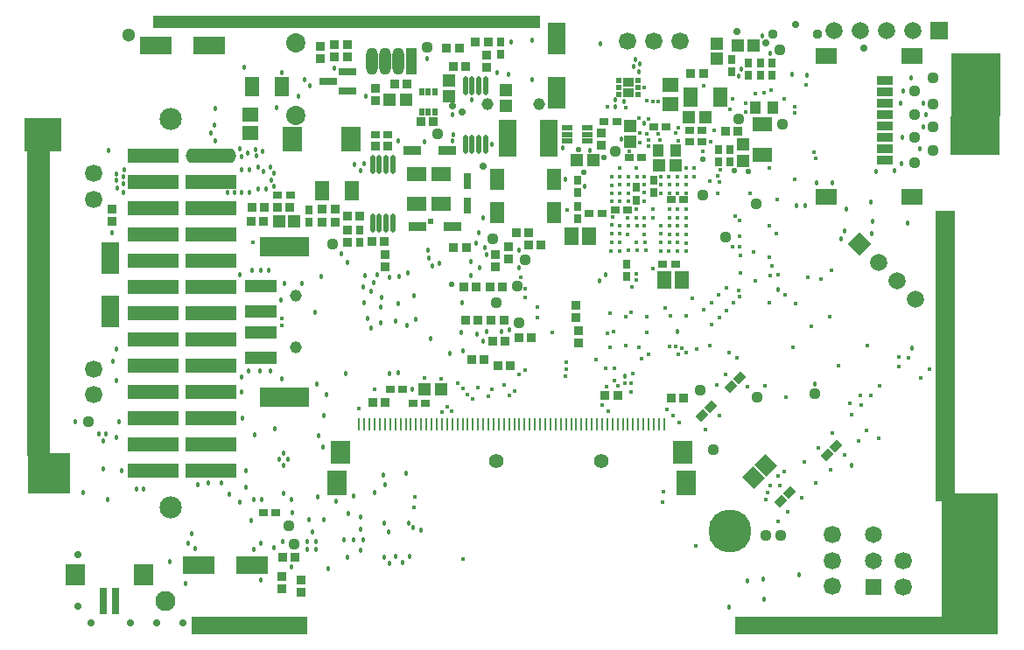
<source format=gbs>
%FSLAX25Y25*%
%MOIN*%
G70*
G01*
G75*
G04 Layer_Color=16711935*
%ADD10C,0.00500*%
%ADD11C,0.03000*%
%ADD12C,0.02000*%
%ADD13C,0.01000*%
%ADD14C,0.00800*%
%ADD15C,0.01500*%
%ADD16C,0.00700*%
%ADD17C,0.01200*%
%ADD18C,0.05000*%
%ADD19C,0.02200*%
%ADD20C,0.00600*%
%ADD21C,0.01400*%
%ADD22C,0.01800*%
%ADD23C,0.04000*%
%ADD24C,0.02500*%
%ADD25R,0.02362X0.03150*%
%ADD26R,0.09055X0.09055*%
%ADD27R,0.06299X0.03347*%
%ADD28P,0.05568X4X180.0*%
%ADD29R,0.03937X0.04331*%
%ADD30R,0.03150X0.02362*%
%ADD31R,0.03150X0.02756*%
%ADD32R,0.05118X0.07087*%
%ADD33O,0.06693X0.01378*%
%ADD34R,0.02756X0.03150*%
%ADD35R,0.03937X0.03937*%
%ADD36R,0.10236X0.10236*%
%ADD37O,0.00984X0.03150*%
%ADD38O,0.03150X0.00984*%
%ADD39R,0.09449X0.07874*%
G04:AMPARAMS|DCode=40|XSize=23.62mil|YSize=31.5mil|CornerRadius=0mil|HoleSize=0mil|Usage=FLASHONLY|Rotation=135.000|XOffset=0mil|YOffset=0mil|HoleType=Round|Shape=Rectangle|*
%AMROTATEDRECTD40*
4,1,4,0.01949,0.00278,-0.00278,-0.01949,-0.01949,-0.00278,0.00278,0.01949,0.01949,0.00278,0.0*
%
%ADD40ROTATEDRECTD40*%

G04:AMPARAMS|DCode=41|XSize=23.62mil|YSize=31.5mil|CornerRadius=0mil|HoleSize=0mil|Usage=FLASHONLY|Rotation=225.000|XOffset=0mil|YOffset=0mil|HoleType=Round|Shape=Rectangle|*
%AMROTATEDRECTD41*
4,1,4,-0.00278,0.01949,0.01949,-0.00278,0.00278,-0.01949,-0.01949,0.00278,-0.00278,0.01949,0.0*
%
%ADD41ROTATEDRECTD41*%

%ADD42R,0.05512X0.07284*%
%ADD43R,0.02756X0.01496*%
G04:AMPARAMS|DCode=44|XSize=27.56mil|YSize=31.5mil|CornerRadius=0mil|HoleSize=0mil|Usage=FLASHONLY|Rotation=135.000|XOffset=0mil|YOffset=0mil|HoleType=Round|Shape=Rectangle|*
%AMROTATEDRECTD44*
4,1,4,0.02088,0.00139,-0.00139,-0.02088,-0.02088,-0.00139,0.00139,0.02088,0.02088,0.00139,0.0*
%
%ADD44ROTATEDRECTD44*%

%ADD45C,0.03800*%
G04:AMPARAMS|DCode=46|XSize=15.75mil|YSize=45.28mil|CornerRadius=0mil|HoleSize=0mil|Usage=FLASHONLY|Rotation=225.000|XOffset=0mil|YOffset=0mil|HoleType=Round|Shape=Round|*
%AMOVALD46*
21,1,0.02953,0.01575,0.00000,0.00000,315.0*
1,1,0.01575,-0.01044,0.01044*
1,1,0.01575,0.01044,-0.01044*
%
%ADD46OVALD46*%

G04:AMPARAMS|DCode=47|XSize=27.56mil|YSize=31.5mil|CornerRadius=0mil|HoleSize=0mil|Usage=FLASHONLY|Rotation=225.000|XOffset=0mil|YOffset=0mil|HoleType=Round|Shape=Rectangle|*
%AMROTATEDRECTD47*
4,1,4,-0.00139,0.02088,0.02088,-0.00139,0.00139,-0.02088,-0.02088,0.00139,-0.00139,0.02088,0.0*
%
%ADD47ROTATEDRECTD47*%

%ADD48R,0.01969X0.00984*%
G04:AMPARAMS|DCode=49|XSize=9.84mil|YSize=19.69mil|CornerRadius=0mil|HoleSize=0mil|Usage=FLASHONLY|Rotation=225.000|XOffset=0mil|YOffset=0mil|HoleType=Round|Shape=Rectangle|*
%AMROTATEDRECTD49*
4,1,4,-0.00348,0.01044,0.01044,-0.00348,0.00348,-0.01044,-0.01044,0.00348,-0.00348,0.01044,0.0*
%
%ADD49ROTATEDRECTD49*%

%ADD50R,0.00984X0.01969*%
G04:AMPARAMS|DCode=51|XSize=59.06mil|YSize=51.18mil|CornerRadius=0mil|HoleSize=0mil|Usage=FLASHONLY|Rotation=45.000|XOffset=0mil|YOffset=0mil|HoleType=Round|Shape=Rectangle|*
%AMROTATEDRECTD51*
4,1,4,-0.00278,-0.03897,-0.03897,-0.00278,0.00278,0.03897,0.03897,0.00278,-0.00278,-0.03897,0.0*
%
%ADD51ROTATEDRECTD51*%

%ADD52R,0.03543X0.03937*%
%ADD53R,0.03937X0.03937*%
%ADD54R,0.07087X0.05118*%
%ADD55R,0.05118X0.05906*%
%ADD56R,0.01378X0.02756*%
%ADD57R,0.05118X0.03543*%
%ADD58O,0.02953X0.07087*%
%ADD59R,0.02362X0.07087*%
G04:AMPARAMS|DCode=60|XSize=55.12mil|YSize=59.06mil|CornerRadius=0mil|HoleSize=0mil|Usage=FLASHONLY|Rotation=135.000|XOffset=0mil|YOffset=0mil|HoleType=Round|Shape=Rectangle|*
%AMROTATEDRECTD60*
4,1,4,0.04037,0.00139,-0.00139,-0.04037,-0.04037,-0.00139,0.00139,0.04037,0.04037,0.00139,0.0*
%
%ADD60ROTATEDRECTD60*%

%ADD61R,0.05512X0.04724*%
%ADD62C,0.01496*%
%ADD63R,0.01575X0.01378*%
%ADD64R,0.01378X0.01575*%
%ADD65R,0.04331X0.03937*%
%ADD66R,0.05906X0.05512*%
%ADD67O,0.01181X0.07087*%
%ADD68O,0.07087X0.01181*%
%ADD69R,0.04724X0.07874*%
%ADD70R,0.06299X0.01181*%
%ADD71R,0.03150X0.06299*%
%ADD72R,0.10630X0.05118*%
%ADD73R,0.06299X0.13386*%
%ADD74R,0.04331X0.02559*%
%ADD75R,0.05906X0.05118*%
%ADD76R,0.04724X0.05512*%
%ADD77R,0.05906X0.02362*%
%ADD78R,0.10000X0.05000*%
%ADD79R,0.03347X0.06299*%
%ADD80R,0.11024X0.08661*%
%ADD81R,0.11024X0.11024*%
%ADD82R,0.11024X0.11024*%
%ADD83R,0.10236X0.07874*%
%ADD84R,0.02362X0.03543*%
%ADD85R,0.03543X0.02362*%
%ADD86R,0.04400X0.11300*%
%ADD87R,0.07087X0.18110*%
%ADD88R,0.02165X0.05709*%
%ADD89R,0.10400X0.10600*%
%ADD90R,0.08500X0.10400*%
%ADD91R,0.08800X0.10500*%
%ADD92C,0.03937*%
%ADD93R,0.05906X0.05906*%
%ADD94C,0.05906*%
%ADD95C,0.06000*%
%ADD96C,0.07000*%
%ADD97C,0.07874*%
%ADD98C,0.08661*%
%ADD99C,0.07087*%
%ADD100R,0.05906X0.05906*%
%ADD101C,0.15748*%
%ADD102P,0.08352X4X360.0*%
%ADD103C,0.03150*%
%ADD104C,0.05000*%
%ADD105C,0.06693*%
%ADD106C,0.04724*%
%ADD107C,0.02000*%
%ADD108C,0.03000*%
%ADD109C,0.01800*%
%ADD110C,0.02500*%
%ADD111C,0.02598*%
%ADD112C,0.02300*%
%ADD113C,0.00787*%
%ADD114C,0.04400*%
%ADD115R,0.11600X0.03000*%
%ADD116R,0.02600X0.03000*%
%ADD117C,0.04359*%
%ADD118C,0.05816*%
%ADD119C,0.05343*%
%ADD120C,0.05300*%
%ADD121C,0.10068*%
%ADD122C,0.07706*%
%ADD123C,0.05343*%
%ADD124C,0.06524*%
%ADD125C,0.06800*%
%ADD126C,0.08493*%
%ADD127C,0.06918*%
%ADD128C,0.02800*%
%ADD129C,0.03300*%
%ADD130C,0.02600*%
%ADD131C,0.00400*%
%ADD132R,0.02700X0.03000*%
%ADD133R,0.11500X0.03000*%
%ADD134C,0.03099*%
%ADD135C,0.03099*%
%ADD136C,0.02400*%
%ADD137R,0.06693X0.08661*%
%ADD138R,0.18701X0.05000*%
%ADD139O,0.18701X0.05000*%
G04:AMPARAMS|DCode=140|XSize=59.06mil|YSize=51.18mil|CornerRadius=0mil|HoleSize=0mil|Usage=FLASHONLY|Rotation=315.000|XOffset=0mil|YOffset=0mil|HoleType=Round|Shape=Rectangle|*
%AMROTATEDRECTD140*
4,1,4,-0.03897,0.00278,-0.00278,0.03897,0.03897,-0.00278,0.00278,-0.03897,-0.03897,0.00278,0.0*
%
%ADD140ROTATEDRECTD140*%

%ADD141R,0.07874X0.05709*%
%ADD142R,0.05906X0.03150*%
%ADD143R,0.01654X0.01654*%
%ADD144R,0.03937X0.03150*%
%ADD145R,0.05118X0.07480*%
%ADD146R,0.18110X0.07087*%
%ADD147R,0.11300X0.04400*%
%ADD148O,0.01378X0.06693*%
%ADD149R,0.01575X0.01969*%
%ADD150R,0.03347X0.01575*%
%ADD151R,0.06299X0.03150*%
%ADD152R,0.01181X0.05118*%
%ADD153R,0.07087X0.08661*%
%ADD154R,0.07087X0.07874*%
%ADD155R,0.06299X0.11811*%
%ADD156R,0.11811X0.06299*%
%ADD157R,0.01969X0.09843*%
%ADD158R,0.06693X0.07874*%
%ADD159R,0.23700X0.08500*%
%ADD160R,0.52500X0.10600*%
%ADD161O,0.03937X0.09843*%
%ADD162R,0.03937X0.09843*%
%ADD163C,0.00984*%
%ADD164C,0.02362*%
%ADD165C,0.00394*%
%ADD166R,0.07874X0.04724*%
%ADD167R,0.08500X0.24000*%
%ADD168R,0.07500X0.28000*%
%ADD169R,0.07500X0.25200*%
%ADD170R,0.04921X0.01181*%
%ADD171R,0.04921X0.01378*%
%ADD172R,0.01378X0.01181*%
%ADD173R,0.01181X0.01378*%
%ADD174R,0.02264X0.03445*%
%ADD175R,0.03445X0.02264*%
%ADD176R,0.15200X0.14100*%
%ADD177R,0.09000X0.09500*%
%ADD178R,0.17795X0.13307*%
%ADD179R,0.09000X0.75100*%
%ADD180R,0.13200X0.15300*%
%ADD181R,0.10100X1.05300*%
%ADD182R,0.10100X0.23300*%
%ADD183R,0.12300X0.11600*%
%ADD184R,0.57800X0.07000*%
%ADD185R,0.49200X0.07000*%
%ADD186R,0.07000X0.79000*%
%ADD187R,0.18898X0.39764*%
%ADD188R,0.16929X0.26772*%
%ADD189R,0.02992X0.03780*%
%ADD190R,0.09685X0.09685*%
%ADD191R,0.06929X0.03976*%
%ADD192P,0.06459X4X180.0*%
%ADD193R,0.04567X0.04961*%
%ADD194R,0.03780X0.02992*%
%ADD195R,0.03780X0.03386*%
%ADD196R,0.05748X0.07717*%
%ADD197O,0.07323X0.02008*%
%ADD198R,0.03386X0.03780*%
%ADD199R,0.04567X0.04567*%
%ADD200R,0.10866X0.10866*%
%ADD201O,0.01614X0.03780*%
%ADD202O,0.03780X0.01614*%
%ADD203R,0.10079X0.08504*%
G04:AMPARAMS|DCode=204|XSize=29.92mil|YSize=37.8mil|CornerRadius=0mil|HoleSize=0mil|Usage=FLASHONLY|Rotation=135.000|XOffset=0mil|YOffset=0mil|HoleType=Round|Shape=Rectangle|*
%AMROTATEDRECTD204*
4,1,4,0.02394,0.00278,-0.00278,-0.02394,-0.02394,-0.00278,0.00278,0.02394,0.02394,0.00278,0.0*
%
%ADD204ROTATEDRECTD204*%

G04:AMPARAMS|DCode=205|XSize=29.92mil|YSize=37.8mil|CornerRadius=0mil|HoleSize=0mil|Usage=FLASHONLY|Rotation=225.000|XOffset=0mil|YOffset=0mil|HoleType=Round|Shape=Rectangle|*
%AMROTATEDRECTD205*
4,1,4,-0.00278,0.02394,0.02394,-0.00278,0.00278,-0.02394,-0.02394,0.00278,-0.00278,0.02394,0.0*
%
%ADD205ROTATEDRECTD205*%

%ADD206R,0.05669X0.07441*%
%ADD207R,0.03347X0.02087*%
G04:AMPARAMS|DCode=208|XSize=33.86mil|YSize=37.8mil|CornerRadius=0mil|HoleSize=0mil|Usage=FLASHONLY|Rotation=135.000|XOffset=0mil|YOffset=0mil|HoleType=Round|Shape=Rectangle|*
%AMROTATEDRECTD208*
4,1,4,0.02533,0.00139,-0.00139,-0.02533,-0.02533,-0.00139,0.00139,0.02533,0.02533,0.00139,0.0*
%
%ADD208ROTATEDRECTD208*%

%ADD209C,0.04430*%
G04:AMPARAMS|DCode=210|XSize=22.05mil|YSize=51.58mil|CornerRadius=0mil|HoleSize=0mil|Usage=FLASHONLY|Rotation=225.000|XOffset=0mil|YOffset=0mil|HoleType=Round|Shape=Round|*
%AMOVALD210*
21,1,0.02953,0.02205,0.00000,0.00000,315.0*
1,1,0.02205,-0.01044,0.01044*
1,1,0.02205,0.01044,-0.01044*
%
%ADD210OVALD210*%

G04:AMPARAMS|DCode=211|XSize=33.86mil|YSize=37.8mil|CornerRadius=0mil|HoleSize=0mil|Usage=FLASHONLY|Rotation=225.000|XOffset=0mil|YOffset=0mil|HoleType=Round|Shape=Rectangle|*
%AMROTATEDRECTD211*
4,1,4,-0.00139,0.02533,0.02533,-0.00139,0.00139,-0.02533,-0.02533,0.00139,-0.00139,0.02533,0.0*
%
%ADD211ROTATEDRECTD211*%

%ADD212R,0.02598X0.01614*%
G04:AMPARAMS|DCode=213|XSize=16.14mil|YSize=25.98mil|CornerRadius=0mil|HoleSize=0mil|Usage=FLASHONLY|Rotation=225.000|XOffset=0mil|YOffset=0mil|HoleType=Round|Shape=Rectangle|*
%AMROTATEDRECTD213*
4,1,4,-0.00348,0.01489,0.01489,-0.00348,0.00348,-0.01489,-0.01489,0.00348,-0.00348,0.01489,0.0*
%
%ADD213ROTATEDRECTD213*%

%ADD214R,0.01614X0.02598*%
G04:AMPARAMS|DCode=215|XSize=65.35mil|YSize=57.48mil|CornerRadius=0mil|HoleSize=0mil|Usage=FLASHONLY|Rotation=45.000|XOffset=0mil|YOffset=0mil|HoleType=Round|Shape=Rectangle|*
%AMROTATEDRECTD215*
4,1,4,-0.00278,-0.04343,-0.04343,-0.00278,0.00278,0.04343,0.04343,0.00278,-0.00278,-0.04343,0.0*
%
%ADD215ROTATEDRECTD215*%

%ADD216R,0.04173X0.04567*%
%ADD217R,0.04567X0.04567*%
%ADD218R,0.07717X0.05748*%
%ADD219R,0.05748X0.06535*%
%ADD220R,0.02008X0.03386*%
%ADD221R,0.05748X0.04173*%
%ADD222O,0.03583X0.07717*%
%ADD223R,0.02992X0.07717*%
G04:AMPARAMS|DCode=224|XSize=61.42mil|YSize=65.35mil|CornerRadius=0mil|HoleSize=0mil|Usage=FLASHONLY|Rotation=135.000|XOffset=0mil|YOffset=0mil|HoleType=Round|Shape=Rectangle|*
%AMROTATEDRECTD224*
4,1,4,0.04482,0.00139,-0.00139,-0.04482,-0.04482,-0.00139,0.00139,0.04482,0.04482,0.00139,0.0*
%
%ADD224ROTATEDRECTD224*%

%ADD225R,0.06142X0.05354*%
%ADD226C,0.02087*%
%ADD227R,0.02126X0.01929*%
%ADD228R,0.01929X0.02126*%
%ADD229R,0.04961X0.04567*%
%ADD230R,0.06535X0.06142*%
%ADD231O,0.01811X0.07717*%
%ADD232O,0.07717X0.01811*%
%ADD233R,0.05354X0.08504*%
%ADD234R,0.06929X0.01811*%
%ADD235R,0.03780X0.06929*%
%ADD236R,0.11260X0.05748*%
%ADD237R,0.06929X0.14016*%
%ADD238R,0.04961X0.03189*%
%ADD239R,0.06535X0.05748*%
%ADD240R,0.05354X0.06142*%
%ADD241R,0.06535X0.02992*%
%ADD242R,0.10630X0.05630*%
%ADD243R,0.03976X0.06929*%
%ADD244R,0.11654X0.09291*%
%ADD245R,0.11654X0.11654*%
%ADD246R,0.11654X0.11654*%
%ADD247R,0.10630X0.08268*%
%ADD248R,0.02756X0.03937*%
%ADD249R,0.03937X0.02756*%
%ADD250R,0.05030X0.11930*%
%ADD251R,0.07717X0.18740*%
%ADD252R,0.02795X0.06339*%
%ADD253C,0.04488*%
%ADD254R,0.04488X0.04488*%
%ADD255R,0.06457X0.06457*%
%ADD256C,0.06457*%
%ADD257C,0.06630*%
%ADD258C,0.07630*%
%ADD259C,0.08425*%
%ADD260C,0.09291*%
%ADD261C,0.07717*%
%ADD262R,0.06535X0.06535*%
%ADD263C,0.06535*%
%ADD264C,0.04567*%
%ADD265C,0.16378*%
%ADD266P,0.09242X4X360.0*%
%ADD267C,0.03780*%
%ADD268C,0.05591*%
%ADD269C,0.07323*%
%ADD270C,0.05118*%
%ADD271C,0.03228*%
%ADD272C,0.01600*%
%ADD273C,0.02100*%
%ADD274R,0.17400X0.14500*%
%ADD275R,0.19095X0.14961*%
%ADD276R,0.07500X1.10500*%
%ADD277R,1.47500X0.04900*%
%ADD278R,0.44200X0.06800*%
%ADD279R,0.16200X0.15300*%
%ADD280R,0.08900X1.28000*%
%ADD281R,0.14400X0.12600*%
%ADD282R,0.83200X0.06800*%
%ADD283R,0.18504X0.24016*%
%ADD284R,0.21260X0.50713*%
%ADD285R,0.07244X0.09213*%
%ADD286R,0.19331X0.05630*%
%ADD287O,0.19331X0.05630*%
G04:AMPARAMS|DCode=288|XSize=65.35mil|YSize=57.48mil|CornerRadius=0mil|HoleSize=0mil|Usage=FLASHONLY|Rotation=315.000|XOffset=0mil|YOffset=0mil|HoleType=Round|Shape=Rectangle|*
%AMROTATEDRECTD288*
4,1,4,-0.04343,0.00278,-0.00278,0.04343,0.04343,-0.00278,0.00278,-0.04343,-0.04343,0.00278,0.0*
%
%ADD288ROTATEDRECTD288*%

%ADD289R,0.08425X0.06260*%
%ADD290R,0.06457X0.03701*%
%ADD291R,0.02205X0.02205*%
%ADD292R,0.04488X0.03701*%
%ADD293R,0.05709X0.08071*%
%ADD294R,0.18740X0.07717*%
%ADD295R,0.11930X0.05030*%
%ADD296O,0.02008X0.07323*%
%ADD297R,0.02126X0.02520*%
%ADD298R,0.03976X0.02205*%
%ADD299R,0.06929X0.03780*%
%ADD300R,0.00984X0.04921*%
%ADD301R,0.07717X0.09291*%
%ADD302R,0.07717X0.08504*%
%ADD303R,0.06929X0.12441*%
%ADD304R,0.12441X0.06929*%
%ADD305R,0.02520X0.10394*%
%ADD306R,0.07244X0.08425*%
%ADD307O,0.04488X0.10394*%
%ADD308R,0.04488X0.10394*%
%ADD309C,0.02400*%
D109*
X110250Y179650D02*
D03*
X114100Y180150D02*
D03*
X83700Y134500D02*
D03*
X90550D02*
D03*
X120550Y119400D02*
D03*
X125950Y120150D02*
D03*
X120550Y125400D02*
D03*
X127000Y126850D02*
D03*
X127350Y137000D02*
D03*
X130700Y138350D02*
D03*
X190800Y174300D02*
D03*
X212000Y189600D02*
D03*
X200100Y185300D02*
D03*
X20000Y170800D02*
D03*
X256700Y213600D02*
D03*
X73000Y183100D02*
D03*
X138000Y220100D02*
D03*
X89000Y205700D02*
D03*
X27400Y56300D02*
D03*
X21800Y63259D02*
D03*
X137100Y188500D02*
D03*
X82809Y214800D02*
D03*
X80800Y201600D02*
D03*
X169200Y214100D02*
D03*
X16600Y185075D02*
D03*
X322700Y109941D02*
D03*
X121400Y61500D02*
D03*
X122000Y57800D02*
D03*
X96400Y53200D02*
D03*
X66900Y51200D02*
D03*
X48400Y39100D02*
D03*
X49600Y33600D02*
D03*
X71200Y44000D02*
D03*
X86400Y26500D02*
D03*
X79900Y33800D02*
D03*
X96000Y96000D02*
D03*
X130200Y62300D02*
D03*
X132300Y94000D02*
D03*
X14600Y63800D02*
D03*
X83400Y54400D02*
D03*
X83500Y69900D02*
D03*
X81900Y67400D02*
D03*
X85000D02*
D03*
X83382Y65200D02*
D03*
X13200Y77300D02*
D03*
X15800D02*
D03*
X14618Y74600D02*
D03*
X282600Y213800D02*
D03*
X271853Y132247D02*
D03*
X285700Y96200D02*
D03*
X295600Y151500D02*
D03*
X120800Y129300D02*
D03*
X233500Y116000D02*
D03*
X307600Y158200D02*
D03*
X91500Y212200D02*
D03*
X98700Y84000D02*
D03*
X82900Y98238D02*
D03*
X80100Y79200D02*
D03*
X86400Y52300D02*
D03*
X20700Y81700D02*
D03*
X4000Y81900D02*
D03*
X7200Y54900D02*
D03*
X19736Y75964D02*
D03*
X96800Y76600D02*
D03*
X69050Y63150D02*
D03*
X131000Y43000D02*
D03*
X135600Y40600D02*
D03*
X118000Y54700D02*
D03*
X132893Y41307D02*
D03*
X103362Y51538D02*
D03*
X109957Y53600D02*
D03*
X100300Y25700D02*
D03*
X107700Y30000D02*
D03*
X112900Y32900D02*
D03*
X108200Y46700D02*
D03*
X112900Y45400D02*
D03*
Y40700D02*
D03*
X93100Y44600D02*
D03*
X94400Y39700D02*
D03*
X121900Y43300D02*
D03*
X123300Y39700D02*
D03*
X121600Y30200D02*
D03*
X123700Y27800D02*
D03*
X126100Y30500D02*
D03*
X128800Y28100D02*
D03*
X131400Y30500D02*
D03*
X98638Y44400D02*
D03*
X106300Y36900D02*
D03*
X110200D02*
D03*
X113600D02*
D03*
X95800Y36000D02*
D03*
X92300D02*
D03*
Y33200D02*
D03*
X95800Y33154D02*
D03*
X115300Y121100D02*
D03*
X140000Y141100D02*
D03*
X114500Y137400D02*
D03*
X113728Y132972D02*
D03*
X114033Y127067D02*
D03*
X130512Y118588D02*
D03*
X133200Y129700D02*
D03*
X138696Y143996D02*
D03*
X142800Y142200D02*
D03*
X138500Y147200D02*
D03*
X151378Y127200D02*
D03*
X151100Y115700D02*
D03*
X127100Y100400D02*
D03*
X116732Y117568D02*
D03*
X107005Y100295D02*
D03*
X97900Y137200D02*
D03*
X95300Y123400D02*
D03*
X107677Y142623D02*
D03*
X57300Y201300D02*
D03*
X114900Y205800D02*
D03*
X220749Y195334D02*
D03*
X68400Y216800D02*
D03*
X278700Y164300D02*
D03*
X282100Y164000D02*
D03*
X292300Y172900D02*
D03*
X318300Y203061D02*
D03*
X327200D02*
D03*
Y194100D02*
D03*
X322400Y212900D02*
D03*
X319300Y207800D02*
D03*
X319100Y190100D02*
D03*
X325761Y185739D02*
D03*
X318900Y180300D02*
D03*
X328200Y198900D02*
D03*
X22500Y169300D02*
D03*
Y172400D02*
D03*
Y175200D02*
D03*
X22600Y177800D02*
D03*
X19900Y176200D02*
D03*
Y173700D02*
D03*
X70300Y169300D02*
D03*
X67500D02*
D03*
X64700D02*
D03*
X70300Y177700D02*
D03*
X67500D02*
D03*
X62100Y169300D02*
D03*
X73600Y170400D02*
D03*
X76800D02*
D03*
X79900Y171400D02*
D03*
X78600Y173900D02*
D03*
X79900Y176500D02*
D03*
X78300Y178700D02*
D03*
X73600Y178800D02*
D03*
X75900Y177200D02*
D03*
X257600Y216000D02*
D03*
X72700Y185500D02*
D03*
X69900Y184200D02*
D03*
X66700Y185700D02*
D03*
X67300Y182700D02*
D03*
X57200Y194900D02*
D03*
X55800Y191700D02*
D03*
X57400Y188900D02*
D03*
X306962Y165362D02*
D03*
X297100Y154600D02*
D03*
X297700Y162700D02*
D03*
X151900Y108800D02*
D03*
X166437Y116300D02*
D03*
X173100Y140500D02*
D03*
X158100D02*
D03*
X173000Y147000D02*
D03*
X71300Y139600D02*
D03*
X77900Y139500D02*
D03*
X74633Y139467D02*
D03*
X78400Y101100D02*
D03*
X74300Y101200D02*
D03*
X70200D02*
D03*
X47100Y35502D02*
D03*
X40098Y28500D02*
D03*
X74800Y35502D02*
D03*
Y21498D02*
D03*
X86702Y47100D02*
D03*
X156700Y149800D02*
D03*
X154900Y142900D02*
D03*
X159400Y159600D02*
D03*
X286400Y172900D02*
D03*
X82400Y128100D02*
D03*
X133800Y120800D02*
D03*
X139567Y113333D02*
D03*
X19600Y97400D02*
D03*
X19900Y109500D02*
D03*
X18400Y104700D02*
D03*
X123595Y100295D02*
D03*
X213500Y99200D02*
D03*
X99800Y92100D02*
D03*
X157600Y153873D02*
D03*
X18000Y153800D02*
D03*
X67771Y83071D02*
D03*
X67371Y93071D02*
D03*
X93400Y209800D02*
D03*
X67300Y98700D02*
D03*
X66900Y137900D02*
D03*
X69000Y56700D02*
D03*
X72400Y76900D02*
D03*
X75100Y52300D02*
D03*
X72100D02*
D03*
X272900Y38500D02*
D03*
X309005Y177205D02*
D03*
X321200Y157600D02*
D03*
X265938Y21700D02*
D03*
X253038Y11138D02*
D03*
X260200Y21000D02*
D03*
X266300Y14100D02*
D03*
X203789Y135511D02*
D03*
X117900Y134700D02*
D03*
X116900Y131500D02*
D03*
X307400Y153500D02*
D03*
X299900Y65200D02*
D03*
X279600Y23600D02*
D03*
X169500Y116900D02*
D03*
X160800Y116200D02*
D03*
X157200Y115000D02*
D03*
X159400Y112500D02*
D03*
X146600Y107900D02*
D03*
X75300Y184700D02*
D03*
X127200Y188700D02*
D03*
X112600Y177600D02*
D03*
X217500Y219800D02*
D03*
X216800Y217200D02*
D03*
X209900Y201900D02*
D03*
X209581Y204400D02*
D03*
X147600Y188800D02*
D03*
X162580Y187380D02*
D03*
X148000Y191200D02*
D03*
X164800Y214700D02*
D03*
X170138Y226362D02*
D03*
X105500Y145700D02*
D03*
X178200Y212300D02*
D03*
X102900Y216600D02*
D03*
X155220Y204400D02*
D03*
X147900Y198800D02*
D03*
X123800Y136700D02*
D03*
X119200Y137700D02*
D03*
X316100Y177500D02*
D03*
X189800Y186000D02*
D03*
X204000Y225700D02*
D03*
X178100Y227300D02*
D03*
X218700Y215300D02*
D03*
X219200Y218000D02*
D03*
X213102Y203936D02*
D03*
X277200Y214100D02*
D03*
X268800Y222100D02*
D03*
X83038Y36262D02*
D03*
X160700Y145400D02*
D03*
X160200Y148300D02*
D03*
X154700Y137500D02*
D03*
X72200Y33300D02*
D03*
X59600Y58500D02*
D03*
X54600D02*
D03*
X62600Y54000D02*
D03*
X50700Y57900D02*
D03*
X30000Y56200D02*
D03*
X16400Y52100D02*
D03*
X267000Y38500D02*
D03*
X265900Y228900D02*
D03*
X98500Y72200D02*
D03*
X46000Y20100D02*
D03*
X206100Y137900D02*
D03*
X198212Y171512D02*
D03*
D112*
X197900Y176800D02*
D03*
X205512Y182520D02*
D03*
X243209Y181831D02*
D03*
X260510Y177226D02*
D03*
X255217Y177303D02*
D03*
X147400Y134200D02*
D03*
X195600Y185500D02*
D03*
D128*
X256200Y230400D02*
D03*
X304500Y224000D02*
D03*
X80000Y5000D02*
D03*
X65000D02*
D03*
X45000D02*
D03*
X25000D02*
D03*
X10000D02*
D03*
X5000Y11500D02*
D03*
Y31000D02*
D03*
X35000Y5000D02*
D03*
X55000D02*
D03*
X151500Y199800D02*
D03*
X147900Y202000D02*
D03*
X159400Y179000D02*
D03*
X267000Y226100D02*
D03*
X278346Y233071D02*
D03*
D189*
X254000Y215138D02*
D03*
Y219862D02*
D03*
X253248Y185374D02*
D03*
Y180650D02*
D03*
X248917Y185374D02*
D03*
Y180650D02*
D03*
X269500Y213638D02*
D03*
Y218362D02*
D03*
X265000Y213638D02*
D03*
Y218362D02*
D03*
X260500Y213638D02*
D03*
Y218362D02*
D03*
X214075Y141831D02*
D03*
Y137106D02*
D03*
X195276Y159193D02*
D03*
Y163917D02*
D03*
Y173858D02*
D03*
Y169134D02*
D03*
X224410Y169138D02*
D03*
Y173862D02*
D03*
X217717Y171004D02*
D03*
Y166279D02*
D03*
X93200Y157838D02*
D03*
Y162562D02*
D03*
X112300Y150138D02*
D03*
Y154862D02*
D03*
X166100Y226362D02*
D03*
Y221638D02*
D03*
D193*
X248500Y220047D02*
D03*
Y225953D02*
D03*
X146300Y205747D02*
D03*
Y211653D02*
D03*
X168100Y208153D02*
D03*
Y202247D02*
D03*
D194*
X214362Y162600D02*
D03*
X209638D02*
D03*
X123938Y94000D02*
D03*
X128662D02*
D03*
X80362Y47100D02*
D03*
X75638D02*
D03*
X235827Y166378D02*
D03*
X231102D02*
D03*
X232600Y141969D02*
D03*
X227876D02*
D03*
X204626Y161260D02*
D03*
X199902D02*
D03*
X229134Y194232D02*
D03*
X224409D02*
D03*
X238091Y192756D02*
D03*
X242815D02*
D03*
X238091Y188425D02*
D03*
X242815D02*
D03*
X219882Y182421D02*
D03*
X215158D02*
D03*
X132677Y88878D02*
D03*
X137402D02*
D03*
X81238Y168100D02*
D03*
X85962D02*
D03*
X118438Y191200D02*
D03*
X123162D02*
D03*
X210262Y196300D02*
D03*
X205538D02*
D03*
D195*
X256362Y192500D02*
D03*
X251638D02*
D03*
X235827Y90650D02*
D03*
X231102D02*
D03*
X238538Y214600D02*
D03*
X243262D02*
D03*
X176662Y153800D02*
D03*
X171938D02*
D03*
X181362Y149000D02*
D03*
X176638D02*
D03*
X166662Y133100D02*
D03*
X161938D02*
D03*
X156862D02*
D03*
X152138D02*
D03*
X157462Y120500D02*
D03*
X152738D02*
D03*
X167262D02*
D03*
X162538D02*
D03*
X177762Y113700D02*
D03*
X173038D02*
D03*
X164938Y103300D02*
D03*
X169662D02*
D03*
X155038Y105500D02*
D03*
X159762D02*
D03*
X167862Y112500D02*
D03*
X163138D02*
D03*
X210630Y91831D02*
D03*
X205906D02*
D03*
X117421Y89075D02*
D03*
X122146D02*
D03*
X102962Y157800D02*
D03*
X98238D02*
D03*
X102962Y162700D02*
D03*
X98238D02*
D03*
X81138Y163600D02*
D03*
X85862D02*
D03*
X71138Y158100D02*
D03*
X75862D02*
D03*
X76062Y163600D02*
D03*
X71338D02*
D03*
X121762Y150400D02*
D03*
X117038D02*
D03*
X112462Y160000D02*
D03*
X107738D02*
D03*
X123162Y186800D02*
D03*
X118438D02*
D03*
X130362Y210500D02*
D03*
X125638Y210500D02*
D03*
X148238Y148300D02*
D03*
X152962D02*
D03*
X140565Y196000D02*
D03*
X135841D02*
D03*
X152862Y217000D02*
D03*
X148138Y217000D02*
D03*
X156538Y226500D02*
D03*
X161262D02*
D03*
X145538Y224300D02*
D03*
X150262D02*
D03*
X83038Y30000D02*
D03*
X87762D02*
D03*
D196*
X82809Y209400D02*
D03*
X71391D02*
D03*
X238287Y205354D02*
D03*
X249705D02*
D03*
X98091Y169900D02*
D03*
X109509D02*
D03*
D198*
X82900Y22962D02*
D03*
Y18238D02*
D03*
X18000Y162862D02*
D03*
Y158138D02*
D03*
X107600Y225562D02*
D03*
Y220838D02*
D03*
X97500Y220138D02*
D03*
Y224862D02*
D03*
X102700Y225562D02*
D03*
Y220838D02*
D03*
X194800Y121538D02*
D03*
Y126262D02*
D03*
X195600Y111638D02*
D03*
Y116362D02*
D03*
X90200Y21362D02*
D03*
Y16638D02*
D03*
X107800Y150138D02*
D03*
Y154862D02*
D03*
X160900Y221562D02*
D03*
X160900Y216838D02*
D03*
X118500Y204138D02*
D03*
Y208862D02*
D03*
X204400Y187038D02*
D03*
Y191762D02*
D03*
X122000Y145362D02*
D03*
Y140638D02*
D03*
X164000Y145562D02*
D03*
Y140838D02*
D03*
X169200Y148362D02*
D03*
X169200Y143638D02*
D03*
D199*
X258366Y187343D02*
D03*
Y181043D02*
D03*
X215551Y188327D02*
D03*
Y194626D02*
D03*
D204*
X272641Y51322D02*
D03*
X275981Y54663D02*
D03*
X293698Y72379D02*
D03*
X290357Y69038D02*
D03*
X246060Y87340D02*
D03*
X242719Y83999D02*
D03*
X257084Y98363D02*
D03*
X253743Y95023D02*
D03*
D209*
X138000Y224500D02*
D03*
X247000Y71000D02*
D03*
X87500Y35000D02*
D03*
X102000Y149500D02*
D03*
X172500Y133500D02*
D03*
X242200Y93700D02*
D03*
X9200Y81900D02*
D03*
X85500Y42100D02*
D03*
X263800Y91000D02*
D03*
X285800Y92500D02*
D03*
X323600Y180500D02*
D03*
X330800Y185300D02*
D03*
X323600Y190100D02*
D03*
X330700Y194100D02*
D03*
X323800Y198900D02*
D03*
X330800Y202700D02*
D03*
X323800Y207800D02*
D03*
X330900Y212900D02*
D03*
X263510Y164724D02*
D03*
X273500Y195200D02*
D03*
X256700Y197100D02*
D03*
X272400Y223600D02*
D03*
X142100Y191600D02*
D03*
X243200Y168200D02*
D03*
X251600Y152300D02*
D03*
X209900Y184800D02*
D03*
X175500Y143500D02*
D03*
X164500Y127000D02*
D03*
X173000Y119500D02*
D03*
X272900Y38500D02*
D03*
X267000D02*
D03*
X163100Y151400D02*
D03*
D216*
X269685Y201516D02*
D03*
X262992D02*
D03*
X232776Y185276D02*
D03*
X226083D02*
D03*
D217*
X232579Y179370D02*
D03*
X226279D02*
D03*
X237697Y197874D02*
D03*
X243996D02*
D03*
X143450Y94200D02*
D03*
X137150D02*
D03*
X194950Y181578D02*
D03*
X201250D02*
D03*
X123850Y204500D02*
D03*
X130150D02*
D03*
D218*
X265846Y195020D02*
D03*
Y183602D02*
D03*
X134100Y176109D02*
D03*
Y164691D02*
D03*
X143400Y176109D02*
D03*
Y164691D02*
D03*
D219*
X235236Y135669D02*
D03*
X228543D02*
D03*
X199902Y152461D02*
D03*
X193209D02*
D03*
D225*
X70800Y198943D02*
D03*
Y191857D02*
D03*
X230906Y202894D02*
D03*
Y209980D02*
D03*
D229*
X262353Y225200D02*
D03*
X256447D02*
D03*
X81647Y158100D02*
D03*
X87553D02*
D03*
D237*
X168626Y189900D02*
D03*
X184374D02*
D03*
D241*
X100260Y211500D02*
D03*
X107740Y207760D02*
D03*
Y215240D02*
D03*
D252*
X153300Y164274D02*
D03*
Y173526D02*
D03*
D255*
X308188Y18700D02*
D03*
D256*
Y28700D02*
D03*
Y38700D02*
D03*
D257*
X319500Y18857D02*
D03*
Y28700D02*
D03*
X292500Y38685D02*
D03*
Y19000D02*
D03*
Y28842D02*
D03*
X11024Y101969D02*
D03*
Y92126D02*
D03*
Y176378D02*
D03*
Y166535D02*
D03*
X214567Y226772D02*
D03*
X234252D02*
D03*
X224410D02*
D03*
D258*
X38500Y13500D02*
D03*
D259*
X40512Y197071D02*
D03*
Y49071D02*
D03*
D260*
X349134Y47441D02*
D03*
X-7953Y60827D02*
D03*
X349134Y190748D02*
D03*
D261*
X-7953D02*
D03*
D262*
X333071Y230709D02*
D03*
D263*
X323071D02*
D03*
X313071D02*
D03*
X303071D02*
D03*
X293071D02*
D03*
X324067Y128393D02*
D03*
X316997Y135464D02*
D03*
X309925Y142535D02*
D03*
D264*
X88189Y129661D02*
D03*
Y109976D02*
D03*
X161158Y202854D02*
D03*
X180842D02*
D03*
D265*
X253500Y40100D02*
D03*
D266*
X302854Y149606D02*
D03*
D267*
X286614Y229343D02*
D03*
X269882D02*
D03*
D268*
X164252Y66929D02*
D03*
X204252D02*
D03*
D269*
X88000Y226000D02*
D03*
Y198441D02*
D03*
D270*
X24409Y229134D02*
D03*
D272*
X220800Y169100D02*
D03*
X220900Y165900D02*
D03*
X223977Y162788D02*
D03*
X217717Y162638D02*
D03*
X214605Y165637D02*
D03*
X211417Y156339D02*
D03*
X220800Y172100D02*
D03*
X217717Y178386D02*
D03*
X211417Y178424D02*
D03*
X214717Y175198D02*
D03*
X211417Y175124D02*
D03*
X218017Y175047D02*
D03*
X222441Y186653D02*
D03*
X215158Y184783D02*
D03*
X219100Y188300D02*
D03*
X222400Y189100D02*
D03*
X226900D02*
D03*
X219193Y191969D02*
D03*
X208268Y175236D02*
D03*
X208306Y171936D02*
D03*
X226181Y191476D02*
D03*
X232600Y191800D02*
D03*
X227209Y168893D02*
D03*
X227170Y156339D02*
D03*
X227054Y150039D02*
D03*
X230354D02*
D03*
X224166Y159527D02*
D03*
X220866Y159488D02*
D03*
X217717D02*
D03*
X221296Y147207D02*
D03*
X224213Y140059D02*
D03*
X221017Y150078D02*
D03*
X217717Y150039D02*
D03*
X227087Y146890D02*
D03*
X230214D02*
D03*
X230315Y159488D02*
D03*
X220800Y153200D02*
D03*
X220866Y156339D02*
D03*
X227127Y153339D02*
D03*
X211456Y168787D02*
D03*
X211417Y172087D02*
D03*
Y165787D02*
D03*
X208457Y168636D02*
D03*
X208268Y165787D02*
D03*
X227165Y172087D02*
D03*
X217996Y147057D02*
D03*
X230315Y153189D02*
D03*
X214567D02*
D03*
X214796Y147007D02*
D03*
X211456Y146858D02*
D03*
X218017Y156527D02*
D03*
X214567Y159488D02*
D03*
X211422Y153306D02*
D03*
X211526Y150106D02*
D03*
X214717Y156377D02*
D03*
X208457Y156639D02*
D03*
X208306Y153339D02*
D03*
X208268Y150039D02*
D03*
X208156Y146890D02*
D03*
X208607Y159939D02*
D03*
X214644Y168748D02*
D03*
X214717Y172048D02*
D03*
X230315Y156339D02*
D03*
Y162638D02*
D03*
X191437Y162402D02*
D03*
X217618Y138228D02*
D03*
X266500Y207000D02*
D03*
X263200Y206900D02*
D03*
X221800Y191600D02*
D03*
X227165Y175236D02*
D03*
X233760Y193937D02*
D03*
X218701Y197382D02*
D03*
X112200Y86800D02*
D03*
X302385Y74600D02*
D03*
X274200Y204700D02*
D03*
X259449Y199941D02*
D03*
X259547Y203287D02*
D03*
X254429Y204764D02*
D03*
X278051Y201708D02*
D03*
Y199350D02*
D03*
X286122Y182126D02*
D03*
X285433Y184587D02*
D03*
X271654Y61260D02*
D03*
X267769Y54909D02*
D03*
X325984Y98372D02*
D03*
X305408Y78386D02*
D03*
X291649Y63622D02*
D03*
X233760Y188917D02*
D03*
X243406Y209784D02*
D03*
X253346Y200925D02*
D03*
X271358Y166378D02*
D03*
X277953Y174153D02*
D03*
X249410Y173169D02*
D03*
X248721Y168839D02*
D03*
X248622Y175433D02*
D03*
X249803Y177697D02*
D03*
X243209Y184783D02*
D03*
X245866Y173366D02*
D03*
X268406Y178583D02*
D03*
X245866Y110866D02*
D03*
X252109Y124224D02*
D03*
X249325Y121440D02*
D03*
X287992Y136041D02*
D03*
X268492Y156327D02*
D03*
X257283Y138327D02*
D03*
X310067Y75363D02*
D03*
X256201Y106043D02*
D03*
X291960Y139311D02*
D03*
X260209Y95062D02*
D03*
X248531Y95882D02*
D03*
X249352Y84205D02*
D03*
X243923Y78776D02*
D03*
X234055Y81406D02*
D03*
X275242Y47458D02*
D03*
X271623Y43839D02*
D03*
X280670Y52886D02*
D03*
X286099Y58315D02*
D03*
X296956Y69172D02*
D03*
X329528Y101743D02*
D03*
X233465Y153189D02*
D03*
X239764Y178386D02*
D03*
X281579Y66454D02*
D03*
X287008Y71882D02*
D03*
X292436Y77311D02*
D03*
X299674Y84549D02*
D03*
X306912Y91787D02*
D03*
X317770Y102644D02*
D03*
X321389Y106263D02*
D03*
X272532Y57406D02*
D03*
X267103Y51977D02*
D03*
X268799Y57519D02*
D03*
X274228Y62948D02*
D03*
X317656Y106377D02*
D03*
X262923Y135390D02*
D03*
X249142Y129975D02*
D03*
X246358Y127191D02*
D03*
X243574Y124407D02*
D03*
X246541Y118656D02*
D03*
X251926Y132758D02*
D03*
X239202Y128779D02*
D03*
X254429Y148465D02*
D03*
X257480Y145020D02*
D03*
X257000Y148453D02*
D03*
Y152390D02*
D03*
X256988Y158307D02*
D03*
X228830Y125031D02*
D03*
X230798Y121979D02*
D03*
X236704Y122078D02*
D03*
X207893Y123249D02*
D03*
X213798Y121674D02*
D03*
X215767Y123544D02*
D03*
X221672Y121871D02*
D03*
X254893Y127008D02*
D03*
X219587Y105650D02*
D03*
X218799Y109980D02*
D03*
X251809Y99843D02*
D03*
X207893Y110294D02*
D03*
X213798Y110650D02*
D03*
X221672Y115867D02*
D03*
X253150Y108110D02*
D03*
X233760Y107520D02*
D03*
X274803Y91083D02*
D03*
X266831Y95610D02*
D03*
X310531Y95406D02*
D03*
X299114Y88728D02*
D03*
X303293Y88168D02*
D03*
X303180Y91900D02*
D03*
X268898Y137358D02*
D03*
X268307Y127106D02*
D03*
X268406Y144626D02*
D03*
X294685Y103287D02*
D03*
X256594Y131831D02*
D03*
X257141Y129482D02*
D03*
X232776Y110571D02*
D03*
X222395Y107630D02*
D03*
X230466Y110583D02*
D03*
X236704Y108110D02*
D03*
X235092Y109894D02*
D03*
X240846Y109390D02*
D03*
X262303Y146496D02*
D03*
X291483Y121693D02*
D03*
X305892Y110903D02*
D03*
X274508Y130256D02*
D03*
X277559Y110079D02*
D03*
X269488Y141181D02*
D03*
X271850Y137638D02*
D03*
X278543Y126713D02*
D03*
X284252Y118067D02*
D03*
X282976Y136748D02*
D03*
X271063Y153583D02*
D03*
X255512Y160264D02*
D03*
X215748Y93012D02*
D03*
X151673Y29528D02*
D03*
X227756Y51181D02*
D03*
X228051Y55118D02*
D03*
X132972Y49016D02*
D03*
X133268Y53248D02*
D03*
X240528Y34339D02*
D03*
X206201Y102067D02*
D03*
X210728Y95374D02*
D03*
X202461Y105512D02*
D03*
X209547Y102165D02*
D03*
X209449Y97441D02*
D03*
X206541Y95132D02*
D03*
X216240Y133209D02*
D03*
X143701Y85335D02*
D03*
X147539Y85827D02*
D03*
X145669Y87500D02*
D03*
X171263Y93602D02*
D03*
X175283Y101587D02*
D03*
X169291Y91732D02*
D03*
X173228Y99803D02*
D03*
X153543Y92224D02*
D03*
X190783Y99248D02*
D03*
X191093Y101722D02*
D03*
X191205Y104394D02*
D03*
X215846Y96358D02*
D03*
X175295Y132480D02*
D03*
X175492Y129232D02*
D03*
X179921Y125394D02*
D03*
X180118Y121555D02*
D03*
X185728Y115847D02*
D03*
X204724Y88090D02*
D03*
X137008Y98327D02*
D03*
X143450Y98039D02*
D03*
X118209Y93996D02*
D03*
X207185Y85925D02*
D03*
X229429Y86614D02*
D03*
X231693Y84153D02*
D03*
X82600Y121000D02*
D03*
Y118600D02*
D03*
X71600Y150000D02*
D03*
X261100Y168800D02*
D03*
X282500Y210300D02*
D03*
X230165Y175198D02*
D03*
X220866Y209193D02*
D03*
X173721Y136811D02*
D03*
X226181Y203780D02*
D03*
X222546Y197178D02*
D03*
X213287Y96400D02*
D03*
X209200Y116000D02*
D03*
X206700Y115400D02*
D03*
X216300Y100300D02*
D03*
X217618Y135866D02*
D03*
X247244Y192756D02*
D03*
X246161Y188425D02*
D03*
X236614Y178386D02*
D03*
X236600Y175300D02*
D03*
X161500Y91400D02*
D03*
X155515Y90400D02*
D03*
X151578Y94500D02*
D03*
X149610Y96500D02*
D03*
X167323Y95669D02*
D03*
X157500Y94900D02*
D03*
X162800Y94100D02*
D03*
X224000Y203900D02*
D03*
X206800Y201900D02*
D03*
X221700Y204000D02*
D03*
X213900Y201500D02*
D03*
X269000Y208000D02*
D03*
X239764Y175236D02*
D03*
X236614Y172087D02*
D03*
X236576Y168787D02*
D03*
X230315Y168937D02*
D03*
X233465Y175236D02*
D03*
X230315Y172087D02*
D03*
X233465D02*
D03*
Y168937D02*
D03*
Y162638D02*
D03*
X220800Y175200D02*
D03*
X236614Y146890D02*
D03*
X233414D02*
D03*
X236614Y149939D02*
D03*
Y153139D02*
D03*
X233465Y159488D02*
D03*
X236614Y162638D02*
D03*
Y159438D02*
D03*
Y156339D02*
D03*
X233465D02*
D03*
Y150039D02*
D03*
D274*
X346800Y47050D02*
D03*
D275*
X346752Y190748D02*
D03*
D276*
X335250Y106750D02*
D03*
D277*
X107250Y234050D02*
D03*
D278*
X70400Y4100D02*
D03*
D279*
X-6000Y62150D02*
D03*
D280*
X-9950Y132900D02*
D03*
D281*
X-8100Y191100D02*
D03*
D282*
X297200Y4300D02*
D03*
D283*
X347047Y210039D02*
D03*
D284*
X344882Y26144D02*
D03*
D285*
X86606Y189500D02*
D03*
X109047D02*
D03*
D286*
X33618Y183071D02*
D03*
Y173071D02*
D03*
X55905D02*
D03*
Y163071D02*
D03*
Y153071D02*
D03*
Y143071D02*
D03*
Y133071D02*
D03*
Y123071D02*
D03*
Y113071D02*
D03*
Y103071D02*
D03*
Y93071D02*
D03*
Y83071D02*
D03*
Y73071D02*
D03*
Y63071D02*
D03*
X33618Y163071D02*
D03*
Y153071D02*
D03*
Y143071D02*
D03*
Y133071D02*
D03*
Y123071D02*
D03*
Y113071D02*
D03*
Y103071D02*
D03*
Y93071D02*
D03*
Y83071D02*
D03*
Y73071D02*
D03*
Y63071D02*
D03*
D287*
X55905Y183071D02*
D03*
D288*
X267229Y65201D02*
D03*
X262496Y60468D02*
D03*
D289*
X289959Y221172D02*
D03*
Y167628D02*
D03*
X322636Y221172D02*
D03*
Y167628D02*
D03*
D290*
X312400Y181408D02*
D03*
Y185739D02*
D03*
Y190069D02*
D03*
Y211723D02*
D03*
Y207392D02*
D03*
Y203061D02*
D03*
Y198731D02*
D03*
Y194400D02*
D03*
D291*
X218327Y206634D02*
D03*
Y209193D02*
D03*
Y211752D02*
D03*
X211122D02*
D03*
Y209193D02*
D03*
Y206634D02*
D03*
D292*
X214724Y211161D02*
D03*
Y207224D02*
D03*
D293*
X186300Y161417D02*
D03*
X164646D02*
D03*
Y174016D02*
D03*
X186300D02*
D03*
D294*
X83858Y148531D02*
D03*
Y91051D02*
D03*
D295*
X74633Y106069D02*
D03*
Y115869D02*
D03*
Y123769D02*
D03*
Y133569D02*
D03*
D296*
X117261Y179821D02*
D03*
X119820D02*
D03*
X122380D02*
D03*
X124939D02*
D03*
X117261Y157379D02*
D03*
X119820D02*
D03*
X122380D02*
D03*
X124939D02*
D03*
X160339Y187380D02*
D03*
X157780Y187380D02*
D03*
X155220Y187380D02*
D03*
X152661Y187380D02*
D03*
X160339Y209821D02*
D03*
X157780D02*
D03*
X155220D02*
D03*
X152661D02*
D03*
D297*
X136000Y207400D02*
D03*
X138559D02*
D03*
X141118D02*
D03*
Y199920D02*
D03*
X138559D02*
D03*
X136000D02*
D03*
D298*
X198940Y193759D02*
D03*
X198940Y191200D02*
D03*
X198940Y188641D02*
D03*
X191460D02*
D03*
Y191200D02*
D03*
Y193759D02*
D03*
D299*
X145793Y185100D02*
D03*
X132407Y185100D02*
D03*
X147693Y156000D02*
D03*
X134307D02*
D03*
D300*
X112208Y80709D02*
D03*
X114177D02*
D03*
X116145D02*
D03*
X118114D02*
D03*
X120082D02*
D03*
X122051D02*
D03*
X124019D02*
D03*
X125988D02*
D03*
X127956D02*
D03*
X129925D02*
D03*
X131893D02*
D03*
X133862D02*
D03*
X135830D02*
D03*
X137799D02*
D03*
X139767D02*
D03*
X141736D02*
D03*
X143704D02*
D03*
X145673D02*
D03*
X147641D02*
D03*
X149610D02*
D03*
X151578D02*
D03*
X153547D02*
D03*
X155515D02*
D03*
X157484D02*
D03*
X159452D02*
D03*
X161421D02*
D03*
X163389D02*
D03*
X165358D02*
D03*
X167326D02*
D03*
X169295D02*
D03*
X171263D02*
D03*
X173232D02*
D03*
X175200D02*
D03*
X177169D02*
D03*
X179137D02*
D03*
X181106D02*
D03*
X183074D02*
D03*
X185043D02*
D03*
X187011D02*
D03*
X188980D02*
D03*
X190948D02*
D03*
X192917D02*
D03*
X194885D02*
D03*
X196854D02*
D03*
X198822D02*
D03*
X200791D02*
D03*
X202759D02*
D03*
X204728D02*
D03*
X206697D02*
D03*
X208665D02*
D03*
X210633D02*
D03*
X212602D02*
D03*
X214570D02*
D03*
X216539D02*
D03*
X218508D02*
D03*
X220476D02*
D03*
X222445D02*
D03*
X224413D02*
D03*
X226381D02*
D03*
X228350D02*
D03*
D301*
X103744Y58465D02*
D03*
X236815D02*
D03*
D302*
X105122Y70079D02*
D03*
X235437D02*
D03*
D303*
X187500Y227636D02*
D03*
Y207164D02*
D03*
X17500Y123764D02*
D03*
Y144236D02*
D03*
D304*
X51064Y27300D02*
D03*
X71536D02*
D03*
X34764Y225000D02*
D03*
X55236D02*
D03*
D305*
X14579Y13500D02*
D03*
X19500D02*
D03*
D306*
X4047Y23343D02*
D03*
X30031D02*
D03*
D307*
X117200Y219267D02*
D03*
X122200D02*
D03*
X127200D02*
D03*
D308*
X132200D02*
D03*
D309*
X139350Y158050D02*
D03*
M02*

</source>
